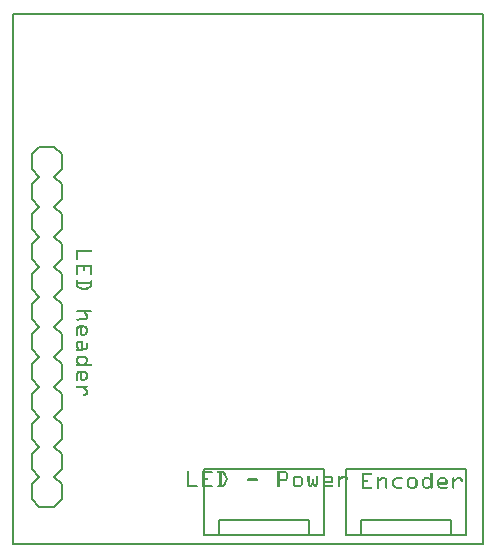
<source format=gto>
G04 MADE WITH FRITZING*
G04 WWW.FRITZING.ORG*
G04 DOUBLE SIDED*
G04 HOLES PLATED*
G04 CONTOUR ON CENTER OF CONTOUR VECTOR*
%ASAXBY*%
%FSLAX23Y23*%
%MOIN*%
%OFA0B0*%
%SFA1.0B1.0*%
%ADD10R,1.574800X1.771650X1.558800X1.755650*%
%ADD11C,0.008000*%
%ADD12C,0.005000*%
%ADD13R,0.001000X0.001000*%
%LNSILK1*%
G90*
G70*
G54D11*
X4Y1768D02*
X1571Y1768D01*
X1571Y4D01*
X4Y4D01*
X4Y1768D01*
D02*
X142Y826D02*
X167Y801D01*
D02*
X167Y801D02*
X167Y751D01*
D02*
X167Y751D02*
X142Y726D01*
D02*
X92Y726D02*
X67Y751D01*
D02*
X67Y751D02*
X67Y801D01*
D02*
X67Y801D02*
X92Y826D01*
D02*
X167Y1001D02*
X167Y951D01*
D02*
X167Y951D02*
X142Y926D01*
D02*
X92Y926D02*
X67Y951D01*
D02*
X142Y926D02*
X167Y901D01*
D02*
X167Y901D02*
X167Y851D01*
D02*
X167Y851D02*
X142Y826D01*
D02*
X92Y826D02*
X67Y851D01*
D02*
X67Y851D02*
X67Y901D01*
D02*
X67Y901D02*
X92Y926D01*
D02*
X142Y1126D02*
X167Y1101D01*
D02*
X167Y1101D02*
X167Y1051D01*
D02*
X167Y1051D02*
X142Y1026D01*
D02*
X92Y1026D02*
X67Y1051D01*
D02*
X67Y1051D02*
X67Y1101D01*
D02*
X67Y1101D02*
X92Y1126D01*
D02*
X167Y1001D02*
X142Y1026D01*
D02*
X92Y1026D02*
X67Y1001D01*
D02*
X67Y951D02*
X67Y1001D01*
D02*
X167Y1301D02*
X167Y1251D01*
D02*
X167Y1251D02*
X142Y1226D01*
D02*
X92Y1226D02*
X67Y1251D01*
D02*
X142Y1226D02*
X167Y1201D01*
D02*
X167Y1201D02*
X167Y1151D01*
D02*
X167Y1151D02*
X142Y1126D01*
D02*
X92Y1126D02*
X67Y1151D01*
D02*
X67Y1151D02*
X67Y1201D01*
D02*
X67Y1201D02*
X92Y1226D01*
D02*
X142Y1326D02*
X92Y1326D01*
D02*
X167Y1301D02*
X142Y1326D01*
D02*
X92Y1326D02*
X67Y1301D01*
D02*
X67Y1251D02*
X67Y1301D01*
D02*
X142Y226D02*
X167Y201D01*
D02*
X167Y201D02*
X167Y151D01*
D02*
X167Y151D02*
X142Y126D01*
D02*
X92Y126D02*
X67Y151D01*
D02*
X67Y151D02*
X67Y201D01*
D02*
X67Y201D02*
X92Y226D01*
D02*
X167Y401D02*
X167Y351D01*
D02*
X167Y351D02*
X142Y326D01*
D02*
X92Y326D02*
X67Y351D01*
D02*
X142Y326D02*
X167Y301D01*
D02*
X167Y301D02*
X167Y251D01*
D02*
X167Y251D02*
X142Y226D01*
D02*
X92Y226D02*
X67Y251D01*
D02*
X67Y251D02*
X67Y301D01*
D02*
X67Y301D02*
X92Y326D01*
D02*
X142Y526D02*
X167Y501D01*
D02*
X167Y501D02*
X167Y451D01*
D02*
X167Y451D02*
X142Y426D01*
D02*
X92Y426D02*
X67Y451D01*
D02*
X67Y451D02*
X67Y501D01*
D02*
X67Y501D02*
X92Y526D01*
D02*
X167Y401D02*
X142Y426D01*
D02*
X92Y426D02*
X67Y401D01*
D02*
X67Y351D02*
X67Y401D01*
D02*
X167Y701D02*
X167Y651D01*
D02*
X167Y651D02*
X142Y626D01*
D02*
X92Y626D02*
X67Y651D01*
D02*
X142Y626D02*
X167Y601D01*
D02*
X167Y601D02*
X167Y551D01*
D02*
X167Y551D02*
X142Y526D01*
D02*
X92Y526D02*
X67Y551D01*
D02*
X67Y551D02*
X67Y601D01*
D02*
X67Y601D02*
X92Y626D01*
D02*
X167Y701D02*
X142Y726D01*
D02*
X92Y726D02*
X67Y701D01*
D02*
X67Y651D02*
X67Y701D01*
D02*
X142Y126D02*
X92Y126D01*
G54D12*
D02*
X642Y254D02*
X642Y34D01*
D02*
X1042Y254D02*
X1042Y34D01*
D02*
X1042Y254D02*
X642Y254D01*
D02*
X1042Y34D02*
X992Y34D01*
D02*
X992Y34D02*
X692Y34D01*
D02*
X692Y34D02*
X642Y34D01*
D02*
X692Y34D02*
X692Y84D01*
D02*
X692Y84D02*
X992Y84D01*
D02*
X992Y84D02*
X992Y34D01*
D02*
X1114Y253D02*
X1114Y33D01*
D02*
X1514Y253D02*
X1514Y33D01*
D02*
X1514Y253D02*
X1114Y253D01*
D02*
X1514Y33D02*
X1464Y33D01*
D02*
X1464Y33D02*
X1164Y33D01*
D02*
X1164Y33D02*
X1114Y33D01*
D02*
X1164Y33D02*
X1164Y83D01*
D02*
X1164Y83D02*
X1464Y83D01*
D02*
X1464Y83D02*
X1464Y33D01*
G54D13*
X215Y982D02*
X264Y982D01*
X215Y981D02*
X267Y981D01*
X215Y980D02*
X267Y980D01*
X215Y979D02*
X268Y979D01*
X215Y978D02*
X268Y978D01*
X215Y977D02*
X267Y977D01*
X215Y976D02*
X267Y976D01*
X215Y975D02*
X264Y975D01*
X215Y974D02*
X221Y974D01*
X215Y973D02*
X221Y973D01*
X215Y972D02*
X221Y972D01*
X215Y971D02*
X221Y971D01*
X215Y970D02*
X221Y970D01*
X215Y969D02*
X221Y969D01*
X215Y968D02*
X221Y968D01*
X215Y967D02*
X221Y967D01*
X215Y966D02*
X221Y966D01*
X215Y965D02*
X221Y965D01*
X215Y964D02*
X221Y964D01*
X215Y963D02*
X221Y963D01*
X215Y962D02*
X221Y962D01*
X215Y961D02*
X221Y961D01*
X215Y960D02*
X221Y960D01*
X215Y959D02*
X221Y959D01*
X215Y958D02*
X221Y958D01*
X215Y957D02*
X221Y957D01*
X215Y956D02*
X221Y956D01*
X215Y955D02*
X221Y955D01*
X215Y954D02*
X221Y954D01*
X215Y953D02*
X221Y953D01*
X215Y952D02*
X221Y952D01*
X215Y951D02*
X221Y951D01*
X215Y950D02*
X220Y950D01*
X215Y949D02*
X220Y949D01*
X216Y948D02*
X219Y948D01*
X215Y931D02*
X268Y931D01*
X215Y930D02*
X268Y930D01*
X215Y929D02*
X268Y929D01*
X215Y928D02*
X268Y928D01*
X215Y927D02*
X268Y927D01*
X215Y926D02*
X268Y926D01*
X215Y925D02*
X268Y925D01*
X215Y924D02*
X221Y924D01*
X238Y924D02*
X244Y924D01*
X262Y924D02*
X268Y924D01*
X215Y923D02*
X221Y923D01*
X238Y923D02*
X244Y923D01*
X262Y923D02*
X268Y923D01*
X215Y922D02*
X221Y922D01*
X238Y922D02*
X244Y922D01*
X262Y922D02*
X268Y922D01*
X215Y921D02*
X221Y921D01*
X238Y921D02*
X244Y921D01*
X262Y921D02*
X268Y921D01*
X215Y920D02*
X221Y920D01*
X238Y920D02*
X244Y920D01*
X262Y920D02*
X268Y920D01*
X215Y919D02*
X221Y919D01*
X238Y919D02*
X244Y919D01*
X262Y919D02*
X268Y919D01*
X215Y918D02*
X221Y918D01*
X238Y918D02*
X244Y918D01*
X262Y918D02*
X268Y918D01*
X215Y917D02*
X221Y917D01*
X238Y917D02*
X244Y917D01*
X262Y917D02*
X268Y917D01*
X215Y916D02*
X221Y916D01*
X238Y916D02*
X244Y916D01*
X262Y916D02*
X268Y916D01*
X215Y915D02*
X221Y915D01*
X238Y915D02*
X244Y915D01*
X262Y915D02*
X268Y915D01*
X215Y914D02*
X221Y914D01*
X238Y914D02*
X244Y914D01*
X262Y914D02*
X268Y914D01*
X215Y913D02*
X221Y913D01*
X239Y913D02*
X244Y913D01*
X262Y913D02*
X268Y913D01*
X215Y912D02*
X221Y912D01*
X239Y912D02*
X243Y912D01*
X262Y912D02*
X268Y912D01*
X215Y911D02*
X221Y911D01*
X262Y911D02*
X268Y911D01*
X215Y910D02*
X221Y910D01*
X262Y910D02*
X268Y910D01*
X215Y909D02*
X221Y909D01*
X262Y909D02*
X268Y909D01*
X215Y908D02*
X221Y908D01*
X262Y908D02*
X268Y908D01*
X215Y907D02*
X221Y907D01*
X262Y907D02*
X268Y907D01*
X215Y906D02*
X221Y906D01*
X262Y906D02*
X268Y906D01*
X215Y905D02*
X221Y905D01*
X262Y905D02*
X268Y905D01*
X215Y904D02*
X221Y904D01*
X262Y904D02*
X268Y904D01*
X215Y903D02*
X221Y903D01*
X262Y903D02*
X268Y903D01*
X215Y902D02*
X221Y902D01*
X262Y902D02*
X268Y902D01*
X215Y901D02*
X221Y901D01*
X262Y901D02*
X268Y901D01*
X215Y900D02*
X220Y900D01*
X262Y900D02*
X268Y900D01*
X215Y899D02*
X220Y899D01*
X262Y899D02*
X267Y899D01*
X216Y898D02*
X219Y898D01*
X263Y898D02*
X266Y898D01*
X216Y881D02*
X219Y881D01*
X263Y881D02*
X266Y881D01*
X215Y880D02*
X220Y880D01*
X262Y880D02*
X267Y880D01*
X215Y879D02*
X220Y879D01*
X262Y879D02*
X268Y879D01*
X215Y878D02*
X221Y878D01*
X262Y878D02*
X268Y878D01*
X215Y877D02*
X221Y877D01*
X262Y877D02*
X268Y877D01*
X215Y876D02*
X221Y876D01*
X262Y876D02*
X268Y876D01*
X215Y875D02*
X221Y875D01*
X261Y875D02*
X268Y875D01*
X215Y874D02*
X268Y874D01*
X215Y873D02*
X268Y873D01*
X215Y872D02*
X268Y872D01*
X215Y871D02*
X268Y871D01*
X215Y870D02*
X268Y870D01*
X215Y869D02*
X268Y869D01*
X215Y868D02*
X268Y868D01*
X215Y867D02*
X221Y867D01*
X262Y867D02*
X268Y867D01*
X215Y866D02*
X221Y866D01*
X262Y866D02*
X268Y866D01*
X215Y865D02*
X221Y865D01*
X262Y865D02*
X268Y865D01*
X215Y864D02*
X221Y864D01*
X261Y864D02*
X268Y864D01*
X215Y863D02*
X221Y863D01*
X261Y863D02*
X267Y863D01*
X215Y862D02*
X223Y862D01*
X259Y862D02*
X267Y862D01*
X216Y861D02*
X225Y861D01*
X257Y861D02*
X267Y861D01*
X216Y860D02*
X227Y860D01*
X255Y860D02*
X266Y860D01*
X217Y859D02*
X229Y859D01*
X253Y859D02*
X265Y859D01*
X217Y858D02*
X231Y858D01*
X251Y858D02*
X265Y858D01*
X218Y857D02*
X233Y857D01*
X249Y857D02*
X263Y857D01*
X220Y856D02*
X235Y856D01*
X248Y856D02*
X262Y856D01*
X222Y855D02*
X237Y855D01*
X245Y855D02*
X260Y855D01*
X224Y854D02*
X258Y854D01*
X226Y853D02*
X256Y853D01*
X228Y852D02*
X254Y852D01*
X230Y851D02*
X252Y851D01*
X232Y850D02*
X250Y850D01*
X234Y849D02*
X248Y849D01*
X237Y848D02*
X246Y848D01*
X217Y781D02*
X265Y781D01*
X215Y780D02*
X267Y780D01*
X215Y779D02*
X267Y779D01*
X215Y778D02*
X268Y778D01*
X215Y777D02*
X268Y777D01*
X215Y776D02*
X267Y776D01*
X216Y775D02*
X266Y775D01*
X240Y774D02*
X247Y774D01*
X240Y773D02*
X248Y773D01*
X241Y772D02*
X248Y772D01*
X242Y771D02*
X249Y771D01*
X242Y770D02*
X250Y770D01*
X243Y769D02*
X250Y769D01*
X244Y768D02*
X251Y768D01*
X244Y767D02*
X252Y767D01*
X245Y766D02*
X252Y766D01*
X246Y765D02*
X252Y765D01*
X246Y764D02*
X253Y764D01*
X247Y763D02*
X253Y763D01*
X247Y762D02*
X253Y762D01*
X247Y761D02*
X253Y761D01*
X247Y760D02*
X253Y760D01*
X247Y759D02*
X253Y759D01*
X247Y758D02*
X253Y758D01*
X247Y757D02*
X253Y757D01*
X246Y756D02*
X253Y756D01*
X245Y755D02*
X253Y755D01*
X226Y754D02*
X252Y754D01*
X216Y753D02*
X252Y753D01*
X215Y752D02*
X251Y752D01*
X215Y751D02*
X250Y751D01*
X215Y750D02*
X249Y750D01*
X215Y749D02*
X248Y749D01*
X215Y748D02*
X245Y748D01*
X217Y747D02*
X224Y747D01*
X226Y731D02*
X241Y731D01*
X222Y730D02*
X245Y730D01*
X221Y729D02*
X247Y729D01*
X220Y728D02*
X248Y728D01*
X219Y727D02*
X249Y727D01*
X218Y726D02*
X250Y726D01*
X217Y725D02*
X250Y725D01*
X216Y724D02*
X226Y724D01*
X229Y724D02*
X236Y724D01*
X242Y724D02*
X251Y724D01*
X216Y723D02*
X224Y723D01*
X229Y723D02*
X235Y723D01*
X244Y723D02*
X252Y723D01*
X215Y722D02*
X223Y722D01*
X229Y722D02*
X235Y722D01*
X245Y722D02*
X252Y722D01*
X215Y721D02*
X222Y721D01*
X229Y721D02*
X235Y721D01*
X246Y721D02*
X253Y721D01*
X215Y720D02*
X221Y720D01*
X229Y720D02*
X235Y720D01*
X246Y720D02*
X253Y720D01*
X215Y719D02*
X221Y719D01*
X229Y719D02*
X235Y719D01*
X247Y719D02*
X253Y719D01*
X215Y718D02*
X221Y718D01*
X229Y718D02*
X235Y718D01*
X247Y718D02*
X253Y718D01*
X215Y717D02*
X221Y717D01*
X229Y717D02*
X235Y717D01*
X247Y717D02*
X253Y717D01*
X215Y716D02*
X221Y716D01*
X229Y716D02*
X235Y716D01*
X247Y716D02*
X253Y716D01*
X215Y715D02*
X221Y715D01*
X229Y715D02*
X235Y715D01*
X247Y715D02*
X253Y715D01*
X215Y714D02*
X221Y714D01*
X229Y714D02*
X235Y714D01*
X247Y714D02*
X253Y714D01*
X215Y713D02*
X221Y713D01*
X229Y713D02*
X235Y713D01*
X247Y713D02*
X253Y713D01*
X215Y712D02*
X221Y712D01*
X229Y712D02*
X235Y712D01*
X247Y712D02*
X253Y712D01*
X215Y711D02*
X221Y711D01*
X229Y711D02*
X235Y711D01*
X247Y711D02*
X253Y711D01*
X215Y710D02*
X221Y710D01*
X229Y710D02*
X235Y710D01*
X247Y710D02*
X253Y710D01*
X215Y709D02*
X221Y709D01*
X229Y709D02*
X235Y709D01*
X247Y709D02*
X253Y709D01*
X215Y708D02*
X221Y708D01*
X229Y708D02*
X235Y708D01*
X247Y708D02*
X253Y708D01*
X215Y707D02*
X221Y707D01*
X229Y707D02*
X235Y707D01*
X246Y707D02*
X253Y707D01*
X215Y706D02*
X221Y706D01*
X229Y706D02*
X235Y706D01*
X245Y706D02*
X252Y706D01*
X215Y705D02*
X221Y705D01*
X229Y705D02*
X235Y705D01*
X244Y705D02*
X252Y705D01*
X215Y704D02*
X221Y704D01*
X229Y704D02*
X235Y704D01*
X243Y704D02*
X251Y704D01*
X215Y703D02*
X221Y703D01*
X229Y703D02*
X251Y703D01*
X215Y702D02*
X221Y702D01*
X229Y702D02*
X250Y702D01*
X215Y701D02*
X221Y701D01*
X229Y701D02*
X249Y701D01*
X215Y700D02*
X221Y700D01*
X229Y700D02*
X248Y700D01*
X215Y699D02*
X220Y699D01*
X229Y699D02*
X247Y699D01*
X215Y698D02*
X220Y698D01*
X230Y698D02*
X246Y698D01*
X216Y697D02*
X219Y697D01*
X231Y697D02*
X243Y697D01*
X221Y680D02*
X232Y680D01*
X219Y679D02*
X234Y679D01*
X218Y678D02*
X235Y678D01*
X217Y677D02*
X236Y677D01*
X216Y676D02*
X237Y676D01*
X216Y675D02*
X237Y675D01*
X215Y674D02*
X238Y674D01*
X215Y673D02*
X222Y673D01*
X231Y673D02*
X238Y673D01*
X248Y673D02*
X252Y673D01*
X215Y672D02*
X221Y672D01*
X232Y672D02*
X238Y672D01*
X247Y672D02*
X253Y672D01*
X215Y671D02*
X221Y671D01*
X232Y671D02*
X238Y671D01*
X247Y671D02*
X253Y671D01*
X215Y670D02*
X221Y670D01*
X232Y670D02*
X238Y670D01*
X247Y670D02*
X253Y670D01*
X215Y669D02*
X221Y669D01*
X232Y669D02*
X238Y669D01*
X247Y669D02*
X253Y669D01*
X215Y668D02*
X221Y668D01*
X232Y668D02*
X238Y668D01*
X247Y668D02*
X253Y668D01*
X215Y667D02*
X221Y667D01*
X232Y667D02*
X238Y667D01*
X247Y667D02*
X253Y667D01*
X215Y666D02*
X221Y666D01*
X232Y666D02*
X238Y666D01*
X247Y666D02*
X253Y666D01*
X215Y665D02*
X221Y665D01*
X232Y665D02*
X238Y665D01*
X247Y665D02*
X253Y665D01*
X215Y664D02*
X221Y664D01*
X232Y664D02*
X238Y664D01*
X247Y664D02*
X253Y664D01*
X215Y663D02*
X221Y663D01*
X232Y663D02*
X238Y663D01*
X247Y663D02*
X253Y663D01*
X215Y662D02*
X221Y662D01*
X232Y662D02*
X238Y662D01*
X247Y662D02*
X253Y662D01*
X215Y661D02*
X221Y661D01*
X232Y661D02*
X238Y661D01*
X247Y661D02*
X253Y661D01*
X215Y660D02*
X221Y660D01*
X232Y660D02*
X238Y660D01*
X247Y660D02*
X253Y660D01*
X215Y659D02*
X222Y659D01*
X232Y659D02*
X238Y659D01*
X247Y659D02*
X253Y659D01*
X215Y658D02*
X222Y658D01*
X232Y658D02*
X238Y658D01*
X247Y658D02*
X253Y658D01*
X216Y657D02*
X223Y657D01*
X232Y657D02*
X238Y657D01*
X247Y657D02*
X253Y657D01*
X216Y656D02*
X224Y656D01*
X232Y656D02*
X238Y656D01*
X247Y656D02*
X253Y656D01*
X217Y655D02*
X224Y655D01*
X231Y655D02*
X238Y655D01*
X246Y655D02*
X253Y655D01*
X218Y654D02*
X225Y654D01*
X230Y654D02*
X252Y654D01*
X217Y653D02*
X252Y653D01*
X215Y652D02*
X251Y652D01*
X215Y651D02*
X251Y651D01*
X215Y650D02*
X250Y650D01*
X215Y649D02*
X248Y649D01*
X215Y648D02*
X247Y648D01*
X216Y647D02*
X237Y647D01*
X223Y630D02*
X244Y630D01*
X221Y629D02*
X246Y629D01*
X220Y628D02*
X247Y628D01*
X219Y627D02*
X248Y627D01*
X218Y626D02*
X249Y626D01*
X217Y625D02*
X250Y625D01*
X217Y624D02*
X251Y624D01*
X216Y623D02*
X224Y623D01*
X243Y623D02*
X252Y623D01*
X215Y622D02*
X223Y622D01*
X244Y622D02*
X252Y622D01*
X215Y621D02*
X222Y621D01*
X245Y621D02*
X252Y621D01*
X215Y620D02*
X221Y620D01*
X246Y620D02*
X253Y620D01*
X215Y619D02*
X221Y619D01*
X247Y619D02*
X253Y619D01*
X215Y618D02*
X221Y618D01*
X247Y618D02*
X253Y618D01*
X215Y617D02*
X221Y617D01*
X247Y617D02*
X253Y617D01*
X215Y616D02*
X221Y616D01*
X247Y616D02*
X253Y616D01*
X215Y615D02*
X221Y615D01*
X247Y615D02*
X253Y615D01*
X215Y614D02*
X221Y614D01*
X247Y614D02*
X253Y614D01*
X215Y613D02*
X221Y613D01*
X247Y613D02*
X253Y613D01*
X215Y612D02*
X221Y612D01*
X247Y612D02*
X253Y612D01*
X215Y611D02*
X221Y611D01*
X247Y611D02*
X253Y611D01*
X215Y610D02*
X222Y610D01*
X246Y610D02*
X253Y610D01*
X215Y609D02*
X223Y609D01*
X245Y609D02*
X252Y609D01*
X216Y608D02*
X223Y608D01*
X244Y608D02*
X252Y608D01*
X216Y607D02*
X224Y607D01*
X243Y607D02*
X251Y607D01*
X217Y606D02*
X225Y606D01*
X242Y606D02*
X251Y606D01*
X218Y605D02*
X226Y605D01*
X242Y605D02*
X250Y605D01*
X218Y604D02*
X227Y604D01*
X240Y604D02*
X249Y604D01*
X217Y603D02*
X265Y603D01*
X216Y602D02*
X267Y602D01*
X215Y601D02*
X267Y601D01*
X215Y600D02*
X268Y600D01*
X215Y599D02*
X268Y599D01*
X215Y598D02*
X267Y598D01*
X216Y597D02*
X266Y597D01*
X224Y580D02*
X243Y580D01*
X222Y579D02*
X246Y579D01*
X220Y578D02*
X247Y578D01*
X219Y577D02*
X248Y577D01*
X218Y576D02*
X249Y576D01*
X218Y575D02*
X250Y575D01*
X217Y574D02*
X251Y574D01*
X216Y573D02*
X224Y573D01*
X229Y573D02*
X235Y573D01*
X243Y573D02*
X251Y573D01*
X216Y572D02*
X223Y572D01*
X229Y572D02*
X235Y572D01*
X244Y572D02*
X252Y572D01*
X215Y571D02*
X222Y571D01*
X229Y571D02*
X235Y571D01*
X245Y571D02*
X252Y571D01*
X215Y570D02*
X222Y570D01*
X229Y570D02*
X235Y570D01*
X246Y570D02*
X253Y570D01*
X215Y569D02*
X221Y569D01*
X229Y569D02*
X235Y569D01*
X247Y569D02*
X253Y569D01*
X215Y568D02*
X221Y568D01*
X229Y568D02*
X235Y568D01*
X247Y568D02*
X253Y568D01*
X215Y567D02*
X221Y567D01*
X229Y567D02*
X235Y567D01*
X247Y567D02*
X253Y567D01*
X215Y566D02*
X221Y566D01*
X229Y566D02*
X235Y566D01*
X247Y566D02*
X253Y566D01*
X215Y565D02*
X221Y565D01*
X229Y565D02*
X235Y565D01*
X247Y565D02*
X253Y565D01*
X215Y564D02*
X221Y564D01*
X229Y564D02*
X235Y564D01*
X247Y564D02*
X253Y564D01*
X215Y563D02*
X221Y563D01*
X229Y563D02*
X235Y563D01*
X247Y563D02*
X253Y563D01*
X215Y562D02*
X221Y562D01*
X229Y562D02*
X235Y562D01*
X247Y562D02*
X253Y562D01*
X215Y561D02*
X221Y561D01*
X229Y561D02*
X235Y561D01*
X247Y561D02*
X253Y561D01*
X215Y560D02*
X221Y560D01*
X229Y560D02*
X235Y560D01*
X247Y560D02*
X253Y560D01*
X215Y559D02*
X221Y559D01*
X229Y559D02*
X235Y559D01*
X247Y559D02*
X253Y559D01*
X215Y558D02*
X221Y558D01*
X229Y558D02*
X235Y558D01*
X247Y558D02*
X253Y558D01*
X215Y557D02*
X221Y557D01*
X229Y557D02*
X235Y557D01*
X246Y557D02*
X253Y557D01*
X215Y556D02*
X221Y556D01*
X229Y556D02*
X235Y556D01*
X246Y556D02*
X253Y556D01*
X215Y555D02*
X221Y555D01*
X229Y555D02*
X235Y555D01*
X245Y555D02*
X252Y555D01*
X215Y554D02*
X221Y554D01*
X229Y554D02*
X235Y554D01*
X244Y554D02*
X252Y554D01*
X215Y553D02*
X221Y553D01*
X229Y553D02*
X236Y553D01*
X242Y553D02*
X251Y553D01*
X215Y552D02*
X221Y552D01*
X229Y552D02*
X250Y552D01*
X215Y551D02*
X221Y551D01*
X229Y551D02*
X250Y551D01*
X215Y550D02*
X221Y550D01*
X229Y550D02*
X249Y550D01*
X215Y549D02*
X220Y549D01*
X229Y549D02*
X248Y549D01*
X215Y548D02*
X220Y548D01*
X230Y548D02*
X247Y548D01*
X216Y547D02*
X219Y547D01*
X230Y547D02*
X245Y547D01*
X232Y546D02*
X241Y546D01*
X217Y530D02*
X251Y530D01*
X215Y529D02*
X252Y529D01*
X215Y528D02*
X253Y528D01*
X215Y527D02*
X253Y527D01*
X215Y526D02*
X253Y526D01*
X215Y525D02*
X252Y525D01*
X216Y524D02*
X251Y524D01*
X237Y523D02*
X246Y523D01*
X238Y522D02*
X246Y522D01*
X239Y521D02*
X247Y521D01*
X240Y520D02*
X248Y520D01*
X241Y519D02*
X249Y519D01*
X242Y518D02*
X250Y518D01*
X242Y517D02*
X251Y517D01*
X243Y516D02*
X252Y516D01*
X244Y515D02*
X252Y515D01*
X245Y514D02*
X253Y514D01*
X246Y513D02*
X253Y513D01*
X247Y512D02*
X253Y512D01*
X247Y511D02*
X253Y511D01*
X247Y510D02*
X253Y510D01*
X247Y509D02*
X253Y509D01*
X247Y508D02*
X253Y508D01*
X247Y507D02*
X253Y507D01*
X247Y506D02*
X253Y506D01*
X247Y505D02*
X253Y505D01*
X246Y504D02*
X253Y504D01*
X245Y503D02*
X252Y503D01*
X239Y502D02*
X252Y502D01*
X239Y501D02*
X252Y501D01*
X238Y500D02*
X251Y500D01*
X238Y499D02*
X250Y499D01*
X238Y498D02*
X249Y498D01*
X239Y497D02*
X247Y497D01*
X240Y496D02*
X245Y496D01*
X587Y245D02*
X589Y245D01*
X636Y245D02*
X667Y245D01*
X688Y245D02*
X704Y245D01*
X886Y245D02*
X912Y245D01*
X586Y244D02*
X590Y244D01*
X635Y244D02*
X668Y244D01*
X686Y244D02*
X706Y244D01*
X886Y244D02*
X914Y244D01*
X585Y243D02*
X591Y243D01*
X635Y243D02*
X669Y243D01*
X686Y243D02*
X707Y243D01*
X886Y243D02*
X916Y243D01*
X585Y242D02*
X591Y242D01*
X635Y242D02*
X669Y242D01*
X686Y242D02*
X709Y242D01*
X886Y242D02*
X917Y242D01*
X585Y241D02*
X591Y241D01*
X635Y241D02*
X669Y241D01*
X686Y241D02*
X709Y241D01*
X886Y241D02*
X918Y241D01*
X585Y240D02*
X591Y240D01*
X635Y240D02*
X668Y240D01*
X686Y240D02*
X710Y240D01*
X886Y240D02*
X918Y240D01*
X1168Y240D02*
X1198Y240D01*
X1399Y240D02*
X1399Y240D01*
X585Y239D02*
X591Y239D01*
X635Y239D02*
X667Y239D01*
X687Y239D02*
X711Y239D01*
X886Y239D02*
X919Y239D01*
X1168Y239D02*
X1200Y239D01*
X1397Y239D02*
X1401Y239D01*
X585Y238D02*
X591Y238D01*
X635Y238D02*
X642Y238D01*
X692Y238D02*
X699Y238D01*
X703Y238D02*
X711Y238D01*
X886Y238D02*
X892Y238D01*
X912Y238D02*
X919Y238D01*
X1168Y238D02*
X1201Y238D01*
X1396Y238D02*
X1402Y238D01*
X585Y237D02*
X591Y237D01*
X635Y237D02*
X641Y237D01*
X692Y237D02*
X699Y237D01*
X705Y237D02*
X712Y237D01*
X886Y237D02*
X892Y237D01*
X913Y237D02*
X920Y237D01*
X1168Y237D02*
X1201Y237D01*
X1396Y237D02*
X1402Y237D01*
X585Y236D02*
X591Y236D01*
X635Y236D02*
X641Y236D01*
X692Y236D02*
X699Y236D01*
X705Y236D02*
X712Y236D01*
X886Y236D02*
X892Y236D01*
X914Y236D02*
X920Y236D01*
X1168Y236D02*
X1201Y236D01*
X1396Y236D02*
X1402Y236D01*
X585Y235D02*
X591Y235D01*
X635Y235D02*
X641Y235D01*
X692Y235D02*
X699Y235D01*
X706Y235D02*
X713Y235D01*
X886Y235D02*
X892Y235D01*
X914Y235D02*
X920Y235D01*
X1168Y235D02*
X1201Y235D01*
X1396Y235D02*
X1402Y235D01*
X585Y234D02*
X591Y234D01*
X635Y234D02*
X641Y234D01*
X692Y234D02*
X699Y234D01*
X706Y234D02*
X713Y234D01*
X886Y234D02*
X892Y234D01*
X914Y234D02*
X920Y234D01*
X1168Y234D02*
X1200Y234D01*
X1396Y234D02*
X1402Y234D01*
X585Y233D02*
X591Y233D01*
X635Y233D02*
X641Y233D01*
X692Y233D02*
X699Y233D01*
X707Y233D02*
X714Y233D01*
X886Y233D02*
X892Y233D01*
X914Y233D02*
X920Y233D01*
X1168Y233D02*
X1174Y233D01*
X1396Y233D02*
X1402Y233D01*
X585Y232D02*
X591Y232D01*
X635Y232D02*
X641Y232D01*
X692Y232D02*
X699Y232D01*
X707Y232D02*
X714Y232D01*
X886Y232D02*
X892Y232D01*
X914Y232D02*
X920Y232D01*
X1168Y232D02*
X1174Y232D01*
X1396Y232D02*
X1402Y232D01*
X585Y231D02*
X591Y231D01*
X635Y231D02*
X641Y231D01*
X692Y231D02*
X699Y231D01*
X708Y231D02*
X715Y231D01*
X886Y231D02*
X892Y231D01*
X914Y231D02*
X920Y231D01*
X1168Y231D02*
X1174Y231D01*
X1396Y231D02*
X1402Y231D01*
X585Y230D02*
X591Y230D01*
X635Y230D02*
X641Y230D01*
X692Y230D02*
X699Y230D01*
X708Y230D02*
X715Y230D01*
X886Y230D02*
X892Y230D01*
X914Y230D02*
X920Y230D01*
X946Y230D02*
X961Y230D01*
X988Y230D02*
X990Y230D01*
X1017Y230D02*
X1019Y230D01*
X1046Y230D02*
X1061Y230D01*
X1089Y230D02*
X1091Y230D01*
X1102Y230D02*
X1114Y230D01*
X1168Y230D02*
X1174Y230D01*
X1396Y230D02*
X1402Y230D01*
X585Y229D02*
X591Y229D01*
X635Y229D02*
X641Y229D01*
X692Y229D02*
X699Y229D01*
X709Y229D02*
X716Y229D01*
X886Y229D02*
X892Y229D01*
X914Y229D02*
X920Y229D01*
X944Y229D02*
X963Y229D01*
X987Y229D02*
X991Y229D01*
X1016Y229D02*
X1020Y229D01*
X1044Y229D02*
X1063Y229D01*
X1088Y229D02*
X1092Y229D01*
X1101Y229D02*
X1116Y229D01*
X1168Y229D02*
X1174Y229D01*
X1396Y229D02*
X1402Y229D01*
X585Y228D02*
X591Y228D01*
X635Y228D02*
X641Y228D01*
X692Y228D02*
X699Y228D01*
X709Y228D02*
X716Y228D01*
X886Y228D02*
X892Y228D01*
X914Y228D02*
X920Y228D01*
X943Y228D02*
X964Y228D01*
X986Y228D02*
X992Y228D01*
X1015Y228D02*
X1021Y228D01*
X1043Y228D02*
X1064Y228D01*
X1087Y228D02*
X1093Y228D01*
X1100Y228D02*
X1117Y228D01*
X1168Y228D02*
X1174Y228D01*
X1396Y228D02*
X1402Y228D01*
X585Y227D02*
X591Y227D01*
X635Y227D02*
X641Y227D01*
X692Y227D02*
X699Y227D01*
X710Y227D02*
X717Y227D01*
X886Y227D02*
X892Y227D01*
X914Y227D02*
X920Y227D01*
X941Y227D02*
X965Y227D01*
X986Y227D02*
X992Y227D01*
X1015Y227D02*
X1021Y227D01*
X1042Y227D02*
X1066Y227D01*
X1087Y227D02*
X1093Y227D01*
X1099Y227D02*
X1118Y227D01*
X1168Y227D02*
X1174Y227D01*
X1396Y227D02*
X1402Y227D01*
X585Y226D02*
X591Y226D01*
X635Y226D02*
X641Y226D01*
X692Y226D02*
X699Y226D01*
X710Y226D02*
X717Y226D01*
X886Y226D02*
X892Y226D01*
X914Y226D02*
X920Y226D01*
X940Y226D02*
X966Y226D01*
X986Y226D02*
X992Y226D01*
X1015Y226D02*
X1021Y226D01*
X1041Y226D02*
X1067Y226D01*
X1087Y226D02*
X1093Y226D01*
X1098Y226D02*
X1119Y226D01*
X1168Y226D02*
X1174Y226D01*
X1396Y226D02*
X1402Y226D01*
X585Y225D02*
X591Y225D01*
X635Y225D02*
X641Y225D01*
X692Y225D02*
X699Y225D01*
X711Y225D02*
X718Y225D01*
X886Y225D02*
X892Y225D01*
X914Y225D02*
X920Y225D01*
X939Y225D02*
X967Y225D01*
X986Y225D02*
X992Y225D01*
X1015Y225D02*
X1021Y225D01*
X1040Y225D02*
X1068Y225D01*
X1087Y225D02*
X1093Y225D01*
X1096Y225D02*
X1119Y225D01*
X1168Y225D02*
X1174Y225D01*
X1220Y225D02*
X1222Y225D01*
X1235Y225D02*
X1243Y225D01*
X1282Y225D02*
X1300Y225D01*
X1329Y225D02*
X1342Y225D01*
X1379Y225D02*
X1388Y225D01*
X1396Y225D02*
X1402Y225D01*
X1429Y225D02*
X1442Y225D01*
X1471Y225D02*
X1473Y225D01*
X1485Y225D02*
X1495Y225D01*
X585Y224D02*
X591Y224D01*
X635Y224D02*
X641Y224D01*
X692Y224D02*
X699Y224D01*
X711Y224D02*
X718Y224D01*
X886Y224D02*
X892Y224D01*
X914Y224D02*
X920Y224D01*
X938Y224D02*
X968Y224D01*
X986Y224D02*
X992Y224D01*
X1015Y224D02*
X1021Y224D01*
X1039Y224D02*
X1069Y224D01*
X1087Y224D02*
X1093Y224D01*
X1095Y224D02*
X1120Y224D01*
X1168Y224D02*
X1174Y224D01*
X1219Y224D02*
X1223Y224D01*
X1232Y224D02*
X1245Y224D01*
X1280Y224D02*
X1301Y224D01*
X1326Y224D02*
X1344Y224D01*
X1376Y224D02*
X1391Y224D01*
X1396Y224D02*
X1402Y224D01*
X1427Y224D02*
X1445Y224D01*
X1470Y224D02*
X1474Y224D01*
X1483Y224D02*
X1497Y224D01*
X585Y223D02*
X591Y223D01*
X635Y223D02*
X641Y223D01*
X692Y223D02*
X699Y223D01*
X712Y223D02*
X718Y223D01*
X886Y223D02*
X892Y223D01*
X914Y223D02*
X920Y223D01*
X938Y223D02*
X946Y223D01*
X960Y223D02*
X969Y223D01*
X986Y223D02*
X992Y223D01*
X1015Y223D02*
X1021Y223D01*
X1038Y223D02*
X1047Y223D01*
X1060Y223D02*
X1069Y223D01*
X1087Y223D02*
X1104Y223D01*
X1113Y223D02*
X1120Y223D01*
X1168Y223D02*
X1174Y223D01*
X1218Y223D02*
X1224Y223D01*
X1231Y223D02*
X1247Y223D01*
X1278Y223D02*
X1302Y223D01*
X1325Y223D02*
X1346Y223D01*
X1375Y223D02*
X1392Y223D01*
X1396Y223D02*
X1402Y223D01*
X1425Y223D02*
X1446Y223D01*
X1469Y223D02*
X1475Y223D01*
X1482Y223D02*
X1499Y223D01*
X585Y222D02*
X591Y222D01*
X635Y222D02*
X642Y222D01*
X692Y222D02*
X699Y222D01*
X712Y222D02*
X719Y222D01*
X886Y222D02*
X892Y222D01*
X914Y222D02*
X920Y222D01*
X937Y222D02*
X945Y222D01*
X962Y222D02*
X969Y222D01*
X986Y222D02*
X992Y222D01*
X1015Y222D02*
X1021Y222D01*
X1038Y222D02*
X1046Y222D01*
X1062Y222D02*
X1070Y222D01*
X1087Y222D02*
X1103Y222D01*
X1114Y222D02*
X1120Y222D01*
X1168Y222D02*
X1174Y222D01*
X1218Y222D02*
X1224Y222D01*
X1229Y222D02*
X1248Y222D01*
X1276Y222D02*
X1302Y222D01*
X1324Y222D02*
X1347Y222D01*
X1374Y222D02*
X1394Y222D01*
X1396Y222D02*
X1402Y222D01*
X1424Y222D02*
X1447Y222D01*
X1469Y222D02*
X1475Y222D01*
X1481Y222D02*
X1500Y222D01*
X585Y221D02*
X591Y221D01*
X635Y221D02*
X654Y221D01*
X692Y221D02*
X699Y221D01*
X713Y221D02*
X719Y221D01*
X787Y221D02*
X818Y221D01*
X886Y221D02*
X892Y221D01*
X914Y221D02*
X920Y221D01*
X937Y221D02*
X944Y221D01*
X963Y221D02*
X970Y221D01*
X986Y221D02*
X992Y221D01*
X1015Y221D02*
X1021Y221D01*
X1037Y221D02*
X1044Y221D01*
X1063Y221D02*
X1070Y221D01*
X1087Y221D02*
X1102Y221D01*
X1114Y221D02*
X1121Y221D01*
X1168Y221D02*
X1174Y221D01*
X1218Y221D02*
X1224Y221D01*
X1227Y221D02*
X1249Y221D01*
X1275Y221D02*
X1302Y221D01*
X1322Y221D02*
X1348Y221D01*
X1373Y221D02*
X1402Y221D01*
X1423Y221D02*
X1448Y221D01*
X1469Y221D02*
X1475Y221D01*
X1480Y221D02*
X1501Y221D01*
X585Y220D02*
X591Y220D01*
X635Y220D02*
X655Y220D01*
X692Y220D02*
X699Y220D01*
X713Y220D02*
X719Y220D01*
X786Y220D02*
X819Y220D01*
X886Y220D02*
X892Y220D01*
X913Y220D02*
X920Y220D01*
X937Y220D02*
X943Y220D01*
X963Y220D02*
X970Y220D01*
X986Y220D02*
X992Y220D01*
X1015Y220D02*
X1021Y220D01*
X1037Y220D02*
X1044Y220D01*
X1064Y220D02*
X1070Y220D01*
X1087Y220D02*
X1100Y220D01*
X1115Y220D02*
X1121Y220D01*
X1168Y220D02*
X1174Y220D01*
X1218Y220D02*
X1224Y220D01*
X1226Y220D02*
X1249Y220D01*
X1274Y220D02*
X1301Y220D01*
X1321Y220D02*
X1349Y220D01*
X1372Y220D02*
X1402Y220D01*
X1422Y220D02*
X1449Y220D01*
X1469Y220D02*
X1475Y220D01*
X1479Y220D02*
X1501Y220D01*
X585Y219D02*
X591Y219D01*
X635Y219D02*
X655Y219D01*
X692Y219D02*
X699Y219D01*
X713Y219D02*
X719Y219D01*
X786Y219D02*
X819Y219D01*
X886Y219D02*
X893Y219D01*
X911Y219D02*
X919Y219D01*
X937Y219D02*
X943Y219D01*
X964Y219D02*
X970Y219D01*
X986Y219D02*
X992Y219D01*
X1015Y219D02*
X1021Y219D01*
X1037Y219D02*
X1043Y219D01*
X1064Y219D02*
X1070Y219D01*
X1087Y219D02*
X1099Y219D01*
X1115Y219D02*
X1121Y219D01*
X1168Y219D02*
X1174Y219D01*
X1218Y219D02*
X1250Y219D01*
X1273Y219D02*
X1300Y219D01*
X1321Y219D02*
X1350Y219D01*
X1371Y219D02*
X1402Y219D01*
X1421Y219D02*
X1450Y219D01*
X1469Y219D02*
X1475Y219D01*
X1477Y219D02*
X1502Y219D01*
X585Y218D02*
X591Y218D01*
X635Y218D02*
X655Y218D01*
X692Y218D02*
X699Y218D01*
X713Y218D02*
X719Y218D01*
X786Y218D02*
X820Y218D01*
X886Y218D02*
X919Y218D01*
X937Y218D02*
X943Y218D01*
X964Y218D02*
X970Y218D01*
X986Y218D02*
X992Y218D01*
X1002Y218D02*
X1005Y218D01*
X1015Y218D02*
X1021Y218D01*
X1037Y218D02*
X1043Y218D01*
X1064Y218D02*
X1070Y218D01*
X1087Y218D02*
X1098Y218D01*
X1115Y218D02*
X1121Y218D01*
X1168Y218D02*
X1174Y218D01*
X1218Y218D02*
X1235Y218D01*
X1243Y218D02*
X1250Y218D01*
X1272Y218D02*
X1282Y218D01*
X1320Y218D02*
X1329Y218D01*
X1341Y218D02*
X1351Y218D01*
X1370Y218D02*
X1379Y218D01*
X1388Y218D02*
X1402Y218D01*
X1420Y218D02*
X1429Y218D01*
X1442Y218D02*
X1451Y218D01*
X1469Y218D02*
X1486Y218D01*
X1495Y218D02*
X1502Y218D01*
X585Y217D02*
X591Y217D01*
X635Y217D02*
X655Y217D01*
X692Y217D02*
X699Y217D01*
X713Y217D02*
X719Y217D01*
X786Y217D02*
X820Y217D01*
X886Y217D02*
X918Y217D01*
X937Y217D02*
X943Y217D01*
X964Y217D02*
X970Y217D01*
X986Y217D02*
X992Y217D01*
X1001Y217D02*
X1006Y217D01*
X1015Y217D02*
X1021Y217D01*
X1037Y217D02*
X1043Y217D01*
X1064Y217D02*
X1070Y217D01*
X1087Y217D02*
X1097Y217D01*
X1115Y217D02*
X1120Y217D01*
X1168Y217D02*
X1174Y217D01*
X1218Y217D02*
X1233Y217D01*
X1244Y217D02*
X1250Y217D01*
X1271Y217D02*
X1281Y217D01*
X1319Y217D02*
X1327Y217D01*
X1343Y217D02*
X1351Y217D01*
X1369Y217D02*
X1378Y217D01*
X1390Y217D02*
X1402Y217D01*
X1420Y217D02*
X1428Y217D01*
X1444Y217D02*
X1451Y217D01*
X1469Y217D02*
X1485Y217D01*
X1496Y217D02*
X1502Y217D01*
X585Y216D02*
X591Y216D01*
X635Y216D02*
X654Y216D01*
X692Y216D02*
X699Y216D01*
X713Y216D02*
X719Y216D01*
X786Y216D02*
X820Y216D01*
X886Y216D02*
X918Y216D01*
X937Y216D02*
X943Y216D01*
X964Y216D02*
X970Y216D01*
X986Y216D02*
X992Y216D01*
X1001Y216D02*
X1006Y216D01*
X1015Y216D02*
X1021Y216D01*
X1037Y216D02*
X1043Y216D01*
X1064Y216D02*
X1070Y216D01*
X1087Y216D02*
X1096Y216D01*
X1116Y216D02*
X1120Y216D01*
X1168Y216D02*
X1186Y216D01*
X1218Y216D02*
X1232Y216D01*
X1244Y216D02*
X1251Y216D01*
X1270Y216D02*
X1280Y216D01*
X1319Y216D02*
X1326Y216D01*
X1344Y216D02*
X1351Y216D01*
X1369Y216D02*
X1376Y216D01*
X1391Y216D02*
X1402Y216D01*
X1419Y216D02*
X1427Y216D01*
X1445Y216D02*
X1452Y216D01*
X1469Y216D02*
X1484Y216D01*
X1496Y216D02*
X1502Y216D01*
X585Y215D02*
X591Y215D01*
X635Y215D02*
X653Y215D01*
X692Y215D02*
X699Y215D01*
X712Y215D02*
X719Y215D01*
X786Y215D02*
X819Y215D01*
X886Y215D02*
X917Y215D01*
X937Y215D02*
X943Y215D01*
X964Y215D02*
X970Y215D01*
X986Y215D02*
X992Y215D01*
X1000Y215D02*
X1006Y215D01*
X1015Y215D02*
X1021Y215D01*
X1037Y215D02*
X1043Y215D01*
X1064Y215D02*
X1070Y215D01*
X1087Y215D02*
X1095Y215D01*
X1117Y215D02*
X1118Y215D01*
X1168Y215D02*
X1187Y215D01*
X1218Y215D02*
X1230Y215D01*
X1245Y215D02*
X1251Y215D01*
X1270Y215D02*
X1278Y215D01*
X1319Y215D02*
X1325Y215D01*
X1345Y215D02*
X1352Y215D01*
X1369Y215D02*
X1375Y215D01*
X1392Y215D02*
X1402Y215D01*
X1419Y215D02*
X1426Y215D01*
X1445Y215D02*
X1452Y215D01*
X1469Y215D02*
X1483Y215D01*
X1496Y215D02*
X1503Y215D01*
X585Y214D02*
X591Y214D01*
X635Y214D02*
X641Y214D01*
X692Y214D02*
X699Y214D01*
X712Y214D02*
X718Y214D01*
X786Y214D02*
X819Y214D01*
X886Y214D02*
X916Y214D01*
X937Y214D02*
X943Y214D01*
X964Y214D02*
X970Y214D01*
X986Y214D02*
X992Y214D01*
X1000Y214D02*
X1006Y214D01*
X1014Y214D02*
X1020Y214D01*
X1037Y214D02*
X1043Y214D01*
X1064Y214D02*
X1070Y214D01*
X1087Y214D02*
X1093Y214D01*
X1168Y214D02*
X1187Y214D01*
X1218Y214D02*
X1229Y214D01*
X1245Y214D02*
X1251Y214D01*
X1269Y214D02*
X1277Y214D01*
X1319Y214D02*
X1325Y214D01*
X1346Y214D02*
X1352Y214D01*
X1369Y214D02*
X1375Y214D01*
X1393Y214D02*
X1402Y214D01*
X1419Y214D02*
X1425Y214D01*
X1446Y214D02*
X1452Y214D01*
X1469Y214D02*
X1481Y214D01*
X1496Y214D02*
X1503Y214D01*
X585Y213D02*
X591Y213D01*
X635Y213D02*
X641Y213D01*
X692Y213D02*
X699Y213D01*
X712Y213D02*
X718Y213D01*
X787Y213D02*
X819Y213D01*
X886Y213D02*
X914Y213D01*
X937Y213D02*
X943Y213D01*
X964Y213D02*
X970Y213D01*
X986Y213D02*
X992Y213D01*
X1000Y213D02*
X1006Y213D01*
X1014Y213D02*
X1020Y213D01*
X1037Y213D02*
X1043Y213D01*
X1064Y213D02*
X1070Y213D01*
X1087Y213D02*
X1093Y213D01*
X1168Y213D02*
X1188Y213D01*
X1218Y213D02*
X1227Y213D01*
X1245Y213D02*
X1251Y213D01*
X1269Y213D02*
X1276Y213D01*
X1318Y213D02*
X1324Y213D01*
X1346Y213D02*
X1352Y213D01*
X1369Y213D02*
X1375Y213D01*
X1394Y213D02*
X1402Y213D01*
X1419Y213D02*
X1425Y213D01*
X1446Y213D02*
X1452Y213D01*
X1469Y213D02*
X1480Y213D01*
X1497Y213D02*
X1502Y213D01*
X585Y212D02*
X591Y212D01*
X635Y212D02*
X641Y212D01*
X692Y212D02*
X699Y212D01*
X711Y212D02*
X718Y212D01*
X788Y212D02*
X817Y212D01*
X886Y212D02*
X911Y212D01*
X937Y212D02*
X943Y212D01*
X964Y212D02*
X970Y212D01*
X986Y212D02*
X992Y212D01*
X1000Y212D02*
X1006Y212D01*
X1014Y212D02*
X1020Y212D01*
X1037Y212D02*
X1070Y212D01*
X1087Y212D02*
X1093Y212D01*
X1168Y212D02*
X1187Y212D01*
X1218Y212D02*
X1225Y212D01*
X1245Y212D02*
X1251Y212D01*
X1268Y212D02*
X1275Y212D01*
X1318Y212D02*
X1324Y212D01*
X1346Y212D02*
X1352Y212D01*
X1369Y212D02*
X1375Y212D01*
X1395Y212D02*
X1402Y212D01*
X1419Y212D02*
X1425Y212D01*
X1446Y212D02*
X1452Y212D01*
X1469Y212D02*
X1479Y212D01*
X1497Y212D02*
X1502Y212D01*
X585Y211D02*
X591Y211D01*
X635Y211D02*
X641Y211D01*
X692Y211D02*
X699Y211D01*
X711Y211D02*
X717Y211D01*
X886Y211D02*
X892Y211D01*
X937Y211D02*
X943Y211D01*
X964Y211D02*
X970Y211D01*
X986Y211D02*
X993Y211D01*
X1000Y211D02*
X1006Y211D01*
X1014Y211D02*
X1020Y211D01*
X1037Y211D02*
X1070Y211D01*
X1087Y211D02*
X1093Y211D01*
X1168Y211D02*
X1187Y211D01*
X1218Y211D02*
X1224Y211D01*
X1245Y211D02*
X1251Y211D01*
X1268Y211D02*
X1274Y211D01*
X1318Y211D02*
X1324Y211D01*
X1346Y211D02*
X1352Y211D01*
X1369Y211D02*
X1375Y211D01*
X1396Y211D02*
X1402Y211D01*
X1419Y211D02*
X1425Y211D01*
X1446Y211D02*
X1452Y211D01*
X1469Y211D02*
X1478Y211D01*
X1497Y211D02*
X1502Y211D01*
X585Y210D02*
X591Y210D01*
X635Y210D02*
X641Y210D01*
X692Y210D02*
X699Y210D01*
X710Y210D02*
X717Y210D01*
X886Y210D02*
X892Y210D01*
X937Y210D02*
X943Y210D01*
X964Y210D02*
X970Y210D01*
X986Y210D02*
X993Y210D01*
X1000Y210D02*
X1006Y210D01*
X1014Y210D02*
X1020Y210D01*
X1037Y210D02*
X1070Y210D01*
X1087Y210D02*
X1093Y210D01*
X1168Y210D02*
X1186Y210D01*
X1218Y210D02*
X1224Y210D01*
X1245Y210D02*
X1251Y210D01*
X1268Y210D02*
X1274Y210D01*
X1318Y210D02*
X1324Y210D01*
X1346Y210D02*
X1352Y210D01*
X1369Y210D02*
X1375Y210D01*
X1396Y210D02*
X1402Y210D01*
X1419Y210D02*
X1425Y210D01*
X1446Y210D02*
X1452Y210D01*
X1469Y210D02*
X1477Y210D01*
X1498Y210D02*
X1501Y210D01*
X585Y209D02*
X591Y209D01*
X635Y209D02*
X641Y209D01*
X692Y209D02*
X699Y209D01*
X710Y209D02*
X716Y209D01*
X886Y209D02*
X892Y209D01*
X937Y209D02*
X943Y209D01*
X964Y209D02*
X970Y209D01*
X987Y209D02*
X993Y209D01*
X1000Y209D02*
X1006Y209D01*
X1014Y209D02*
X1020Y209D01*
X1037Y209D02*
X1070Y209D01*
X1087Y209D02*
X1093Y209D01*
X1168Y209D02*
X1174Y209D01*
X1218Y209D02*
X1224Y209D01*
X1245Y209D02*
X1251Y209D01*
X1268Y209D02*
X1274Y209D01*
X1318Y209D02*
X1324Y209D01*
X1346Y209D02*
X1352Y209D01*
X1369Y209D02*
X1375Y209D01*
X1396Y209D02*
X1402Y209D01*
X1419Y209D02*
X1425Y209D01*
X1446Y209D02*
X1452Y209D01*
X1469Y209D02*
X1476Y209D01*
X585Y208D02*
X591Y208D01*
X635Y208D02*
X641Y208D01*
X692Y208D02*
X699Y208D01*
X709Y208D02*
X716Y208D01*
X886Y208D02*
X892Y208D01*
X937Y208D02*
X943Y208D01*
X964Y208D02*
X970Y208D01*
X987Y208D02*
X993Y208D01*
X1000Y208D02*
X1006Y208D01*
X1014Y208D02*
X1020Y208D01*
X1037Y208D02*
X1070Y208D01*
X1087Y208D02*
X1093Y208D01*
X1168Y208D02*
X1174Y208D01*
X1218Y208D02*
X1224Y208D01*
X1245Y208D02*
X1251Y208D01*
X1268Y208D02*
X1274Y208D01*
X1318Y208D02*
X1324Y208D01*
X1346Y208D02*
X1352Y208D01*
X1369Y208D02*
X1375Y208D01*
X1396Y208D02*
X1402Y208D01*
X1419Y208D02*
X1425Y208D01*
X1446Y208D02*
X1452Y208D01*
X1469Y208D02*
X1475Y208D01*
X585Y207D02*
X591Y207D01*
X635Y207D02*
X641Y207D01*
X692Y207D02*
X699Y207D01*
X709Y207D02*
X715Y207D01*
X886Y207D02*
X892Y207D01*
X937Y207D02*
X943Y207D01*
X964Y207D02*
X970Y207D01*
X987Y207D02*
X993Y207D01*
X1000Y207D02*
X1007Y207D01*
X1014Y207D02*
X1020Y207D01*
X1037Y207D02*
X1069Y207D01*
X1087Y207D02*
X1093Y207D01*
X1168Y207D02*
X1174Y207D01*
X1218Y207D02*
X1224Y207D01*
X1245Y207D02*
X1251Y207D01*
X1268Y207D02*
X1274Y207D01*
X1318Y207D02*
X1324Y207D01*
X1346Y207D02*
X1352Y207D01*
X1369Y207D02*
X1375Y207D01*
X1396Y207D02*
X1402Y207D01*
X1419Y207D02*
X1452Y207D01*
X1469Y207D02*
X1475Y207D01*
X585Y206D02*
X591Y206D01*
X635Y206D02*
X641Y206D01*
X692Y206D02*
X699Y206D01*
X708Y206D02*
X715Y206D01*
X886Y206D02*
X892Y206D01*
X937Y206D02*
X943Y206D01*
X964Y206D02*
X970Y206D01*
X987Y206D02*
X993Y206D01*
X1000Y206D02*
X1007Y206D01*
X1014Y206D02*
X1020Y206D01*
X1037Y206D02*
X1067Y206D01*
X1087Y206D02*
X1093Y206D01*
X1168Y206D02*
X1174Y206D01*
X1218Y206D02*
X1224Y206D01*
X1245Y206D02*
X1251Y206D01*
X1268Y206D02*
X1274Y206D01*
X1318Y206D02*
X1324Y206D01*
X1346Y206D02*
X1352Y206D01*
X1369Y206D02*
X1375Y206D01*
X1396Y206D02*
X1402Y206D01*
X1419Y206D02*
X1452Y206D01*
X1469Y206D02*
X1475Y206D01*
X585Y205D02*
X591Y205D01*
X635Y205D02*
X641Y205D01*
X692Y205D02*
X699Y205D01*
X707Y205D02*
X714Y205D01*
X886Y205D02*
X892Y205D01*
X937Y205D02*
X943Y205D01*
X964Y205D02*
X970Y205D01*
X987Y205D02*
X993Y205D01*
X999Y205D02*
X1008Y205D01*
X1014Y205D02*
X1020Y205D01*
X1037Y205D02*
X1043Y205D01*
X1087Y205D02*
X1093Y205D01*
X1168Y205D02*
X1174Y205D01*
X1218Y205D02*
X1224Y205D01*
X1245Y205D02*
X1251Y205D01*
X1268Y205D02*
X1274Y205D01*
X1318Y205D02*
X1324Y205D01*
X1346Y205D02*
X1352Y205D01*
X1369Y205D02*
X1375Y205D01*
X1396Y205D02*
X1402Y205D01*
X1419Y205D02*
X1452Y205D01*
X1469Y205D02*
X1475Y205D01*
X585Y204D02*
X591Y204D01*
X635Y204D02*
X641Y204D01*
X692Y204D02*
X699Y204D01*
X707Y204D02*
X714Y204D01*
X886Y204D02*
X892Y204D01*
X937Y204D02*
X943Y204D01*
X964Y204D02*
X970Y204D01*
X987Y204D02*
X994Y204D01*
X998Y204D02*
X1008Y204D01*
X1013Y204D02*
X1020Y204D01*
X1037Y204D02*
X1043Y204D01*
X1087Y204D02*
X1093Y204D01*
X1168Y204D02*
X1174Y204D01*
X1218Y204D02*
X1224Y204D01*
X1245Y204D02*
X1251Y204D01*
X1268Y204D02*
X1274Y204D01*
X1318Y204D02*
X1324Y204D01*
X1346Y204D02*
X1352Y204D01*
X1369Y204D02*
X1375Y204D01*
X1396Y204D02*
X1402Y204D01*
X1419Y204D02*
X1452Y204D01*
X1469Y204D02*
X1475Y204D01*
X585Y203D02*
X591Y203D01*
X635Y203D02*
X641Y203D01*
X692Y203D02*
X699Y203D01*
X706Y203D02*
X713Y203D01*
X886Y203D02*
X892Y203D01*
X937Y203D02*
X943Y203D01*
X964Y203D02*
X970Y203D01*
X988Y203D02*
X994Y203D01*
X998Y203D02*
X1009Y203D01*
X1013Y203D02*
X1019Y203D01*
X1037Y203D02*
X1043Y203D01*
X1087Y203D02*
X1093Y203D01*
X1168Y203D02*
X1174Y203D01*
X1218Y203D02*
X1224Y203D01*
X1245Y203D02*
X1251Y203D01*
X1268Y203D02*
X1274Y203D01*
X1318Y203D02*
X1324Y203D01*
X1346Y203D02*
X1352Y203D01*
X1369Y203D02*
X1375Y203D01*
X1396Y203D02*
X1402Y203D01*
X1419Y203D02*
X1452Y203D01*
X1469Y203D02*
X1475Y203D01*
X585Y202D02*
X591Y202D01*
X635Y202D02*
X641Y202D01*
X692Y202D02*
X699Y202D01*
X706Y202D02*
X713Y202D01*
X886Y202D02*
X892Y202D01*
X937Y202D02*
X943Y202D01*
X963Y202D02*
X970Y202D01*
X988Y202D02*
X994Y202D01*
X997Y202D02*
X1010Y202D01*
X1013Y202D02*
X1019Y202D01*
X1037Y202D02*
X1043Y202D01*
X1087Y202D02*
X1093Y202D01*
X1168Y202D02*
X1174Y202D01*
X1218Y202D02*
X1224Y202D01*
X1245Y202D02*
X1251Y202D01*
X1268Y202D02*
X1274Y202D01*
X1318Y202D02*
X1324Y202D01*
X1346Y202D02*
X1352Y202D01*
X1369Y202D02*
X1375Y202D01*
X1396Y202D02*
X1402Y202D01*
X1419Y202D02*
X1451Y202D01*
X1469Y202D02*
X1475Y202D01*
X585Y201D02*
X591Y201D01*
X635Y201D02*
X641Y201D01*
X692Y201D02*
X699Y201D01*
X705Y201D02*
X712Y201D01*
X886Y201D02*
X892Y201D01*
X937Y201D02*
X944Y201D01*
X963Y201D02*
X970Y201D01*
X988Y201D02*
X994Y201D01*
X997Y201D02*
X1010Y201D01*
X1012Y201D02*
X1019Y201D01*
X1037Y201D02*
X1044Y201D01*
X1087Y201D02*
X1093Y201D01*
X1168Y201D02*
X1174Y201D01*
X1218Y201D02*
X1224Y201D01*
X1245Y201D02*
X1251Y201D01*
X1268Y201D02*
X1274Y201D01*
X1318Y201D02*
X1324Y201D01*
X1346Y201D02*
X1352Y201D01*
X1369Y201D02*
X1375Y201D01*
X1396Y201D02*
X1402Y201D01*
X1419Y201D02*
X1450Y201D01*
X1469Y201D02*
X1475Y201D01*
X585Y200D02*
X591Y200D01*
X635Y200D02*
X641Y200D01*
X692Y200D02*
X699Y200D01*
X705Y200D02*
X712Y200D01*
X886Y200D02*
X892Y200D01*
X937Y200D02*
X945Y200D01*
X962Y200D02*
X969Y200D01*
X988Y200D02*
X1019Y200D01*
X1038Y200D02*
X1045Y200D01*
X1087Y200D02*
X1093Y200D01*
X1168Y200D02*
X1174Y200D01*
X1218Y200D02*
X1224Y200D01*
X1245Y200D02*
X1251Y200D01*
X1268Y200D02*
X1275Y200D01*
X1318Y200D02*
X1324Y200D01*
X1346Y200D02*
X1352Y200D01*
X1369Y200D02*
X1375Y200D01*
X1396Y200D02*
X1402Y200D01*
X1419Y200D02*
X1425Y200D01*
X1469Y200D02*
X1475Y200D01*
X585Y199D02*
X591Y199D01*
X635Y199D02*
X641Y199D01*
X692Y199D02*
X699Y199D01*
X704Y199D02*
X711Y199D01*
X886Y199D02*
X892Y199D01*
X938Y199D02*
X946Y199D01*
X960Y199D02*
X969Y199D01*
X989Y199D02*
X1018Y199D01*
X1038Y199D02*
X1047Y199D01*
X1087Y199D02*
X1093Y199D01*
X1168Y199D02*
X1174Y199D01*
X1218Y199D02*
X1224Y199D01*
X1245Y199D02*
X1251Y199D01*
X1269Y199D02*
X1275Y199D01*
X1318Y199D02*
X1324Y199D01*
X1346Y199D02*
X1352Y199D01*
X1369Y199D02*
X1375Y199D01*
X1395Y199D02*
X1402Y199D01*
X1419Y199D02*
X1425Y199D01*
X1469Y199D02*
X1475Y199D01*
X585Y198D02*
X616Y198D01*
X635Y198D02*
X667Y198D01*
X688Y198D02*
X711Y198D01*
X886Y198D02*
X892Y198D01*
X938Y198D02*
X968Y198D01*
X989Y198D02*
X1002Y198D01*
X1005Y198D02*
X1018Y198D01*
X1039Y198D02*
X1068Y198D01*
X1087Y198D02*
X1093Y198D01*
X1168Y198D02*
X1174Y198D01*
X1218Y198D02*
X1224Y198D01*
X1245Y198D02*
X1251Y198D01*
X1269Y198D02*
X1276Y198D01*
X1318Y198D02*
X1325Y198D01*
X1346Y198D02*
X1352Y198D01*
X1369Y198D02*
X1375Y198D01*
X1394Y198D02*
X1402Y198D01*
X1419Y198D02*
X1425Y198D01*
X1469Y198D02*
X1475Y198D01*
X585Y197D02*
X618Y197D01*
X635Y197D02*
X668Y197D01*
X687Y197D02*
X710Y197D01*
X886Y197D02*
X892Y197D01*
X939Y197D02*
X967Y197D01*
X989Y197D02*
X1001Y197D01*
X1005Y197D02*
X1018Y197D01*
X1039Y197D02*
X1069Y197D01*
X1087Y197D02*
X1093Y197D01*
X1168Y197D02*
X1174Y197D01*
X1218Y197D02*
X1224Y197D01*
X1245Y197D02*
X1251Y197D01*
X1269Y197D02*
X1278Y197D01*
X1319Y197D02*
X1325Y197D01*
X1346Y197D02*
X1352Y197D01*
X1369Y197D02*
X1375Y197D01*
X1393Y197D02*
X1402Y197D01*
X1419Y197D02*
X1425Y197D01*
X1469Y197D02*
X1475Y197D01*
X585Y196D02*
X619Y196D01*
X635Y196D02*
X669Y196D01*
X686Y196D02*
X710Y196D01*
X886Y196D02*
X892Y196D01*
X940Y196D02*
X966Y196D01*
X990Y196D02*
X1001Y196D01*
X1006Y196D02*
X1017Y196D01*
X1040Y196D02*
X1070Y196D01*
X1087Y196D02*
X1093Y196D01*
X1168Y196D02*
X1174Y196D01*
X1218Y196D02*
X1224Y196D01*
X1245Y196D02*
X1251Y196D01*
X1270Y196D02*
X1279Y196D01*
X1319Y196D02*
X1326Y196D01*
X1345Y196D02*
X1352Y196D01*
X1369Y196D02*
X1376Y196D01*
X1391Y196D02*
X1402Y196D01*
X1419Y196D02*
X1426Y196D01*
X1469Y196D02*
X1475Y196D01*
X585Y195D02*
X619Y195D01*
X635Y195D02*
X669Y195D01*
X686Y195D02*
X709Y195D01*
X886Y195D02*
X892Y195D01*
X941Y195D02*
X965Y195D01*
X990Y195D02*
X1000Y195D01*
X1007Y195D02*
X1017Y195D01*
X1041Y195D02*
X1070Y195D01*
X1087Y195D02*
X1093Y195D01*
X1168Y195D02*
X1174Y195D01*
X1218Y195D02*
X1224Y195D01*
X1245Y195D02*
X1251Y195D01*
X1271Y195D02*
X1280Y195D01*
X1319Y195D02*
X1327Y195D01*
X1344Y195D02*
X1351Y195D01*
X1369Y195D02*
X1377Y195D01*
X1390Y195D02*
X1402Y195D01*
X1419Y195D02*
X1427Y195D01*
X1469Y195D02*
X1475Y195D01*
X585Y194D02*
X619Y194D01*
X635Y194D02*
X669Y194D01*
X686Y194D02*
X708Y194D01*
X886Y194D02*
X892Y194D01*
X942Y194D02*
X964Y194D01*
X990Y194D02*
X1000Y194D01*
X1007Y194D02*
X1017Y194D01*
X1043Y194D02*
X1070Y194D01*
X1087Y194D02*
X1093Y194D01*
X1168Y194D02*
X1174Y194D01*
X1218Y194D02*
X1224Y194D01*
X1245Y194D02*
X1251Y194D01*
X1271Y194D02*
X1281Y194D01*
X1319Y194D02*
X1328Y194D01*
X1342Y194D02*
X1351Y194D01*
X1370Y194D02*
X1378Y194D01*
X1389Y194D02*
X1402Y194D01*
X1420Y194D02*
X1428Y194D01*
X1469Y194D02*
X1475Y194D01*
X585Y193D02*
X618Y193D01*
X635Y193D02*
X668Y193D01*
X686Y193D02*
X707Y193D01*
X887Y193D02*
X892Y193D01*
X944Y193D02*
X963Y193D01*
X991Y193D02*
X999Y193D01*
X1008Y193D02*
X1016Y193D01*
X1044Y193D02*
X1070Y193D01*
X1088Y193D02*
X1093Y193D01*
X1168Y193D02*
X1174Y193D01*
X1218Y193D02*
X1224Y193D01*
X1245Y193D02*
X1251Y193D01*
X1273Y193D02*
X1284Y193D01*
X1320Y193D02*
X1330Y193D01*
X1340Y193D02*
X1350Y193D01*
X1370Y193D02*
X1380Y193D01*
X1387Y193D02*
X1402Y193D01*
X1420Y193D02*
X1431Y193D01*
X1469Y193D02*
X1475Y193D01*
X585Y192D02*
X617Y192D01*
X635Y192D02*
X668Y192D01*
X687Y192D02*
X705Y192D01*
X888Y192D02*
X891Y192D01*
X945Y192D02*
X961Y192D01*
X991Y192D02*
X998Y192D01*
X1009Y192D02*
X1015Y192D01*
X1046Y192D02*
X1069Y192D01*
X1088Y192D02*
X1092Y192D01*
X1168Y192D02*
X1200Y192D01*
X1218Y192D02*
X1224Y192D01*
X1245Y192D02*
X1251Y192D01*
X1274Y192D02*
X1301Y192D01*
X1321Y192D02*
X1349Y192D01*
X1371Y192D02*
X1402Y192D01*
X1421Y192D02*
X1451Y192D01*
X1469Y192D02*
X1475Y192D01*
X1168Y191D02*
X1201Y191D01*
X1218Y191D02*
X1224Y191D01*
X1246Y191D02*
X1251Y191D01*
X1275Y191D02*
X1301Y191D01*
X1322Y191D02*
X1349Y191D01*
X1372Y191D02*
X1402Y191D01*
X1422Y191D02*
X1452Y191D01*
X1469Y191D02*
X1475Y191D01*
X1168Y190D02*
X1201Y190D01*
X1218Y190D02*
X1224Y190D01*
X1246Y190D02*
X1252Y190D01*
X1276Y190D02*
X1302Y190D01*
X1323Y190D02*
X1348Y190D01*
X1373Y190D02*
X1394Y190D01*
X1396Y190D02*
X1402Y190D01*
X1423Y190D02*
X1452Y190D01*
X1469Y190D02*
X1475Y190D01*
X1168Y189D02*
X1201Y189D01*
X1218Y189D02*
X1224Y189D01*
X1246Y189D02*
X1251Y189D01*
X1277Y189D02*
X1302Y189D01*
X1324Y189D02*
X1346Y189D01*
X1374Y189D02*
X1393Y189D01*
X1396Y189D02*
X1402Y189D01*
X1424Y189D02*
X1452Y189D01*
X1469Y189D02*
X1475Y189D01*
X1168Y188D02*
X1201Y188D01*
X1218Y188D02*
X1224Y188D01*
X1246Y188D02*
X1251Y188D01*
X1278Y188D02*
X1301Y188D01*
X1325Y188D02*
X1345Y188D01*
X1375Y188D02*
X1392Y188D01*
X1397Y188D02*
X1402Y188D01*
X1425Y188D02*
X1452Y188D01*
X1469Y188D02*
X1475Y188D01*
X1168Y187D02*
X1200Y187D01*
X1219Y187D02*
X1223Y187D01*
X1247Y187D02*
X1250Y187D01*
X1280Y187D02*
X1301Y187D01*
X1327Y187D02*
X1343Y187D01*
X1377Y187D02*
X1390Y187D01*
X1397Y187D02*
X1401Y187D01*
X1427Y187D02*
X1451Y187D01*
X1470Y187D02*
X1474Y187D01*
X1168Y186D02*
X1198Y186D01*
X1284Y186D02*
X1298Y186D01*
X1331Y186D02*
X1340Y186D01*
X1381Y186D02*
X1386Y186D01*
X1431Y186D02*
X1449Y186D01*
D02*
G04 End of Silk1*
M02*
</source>
